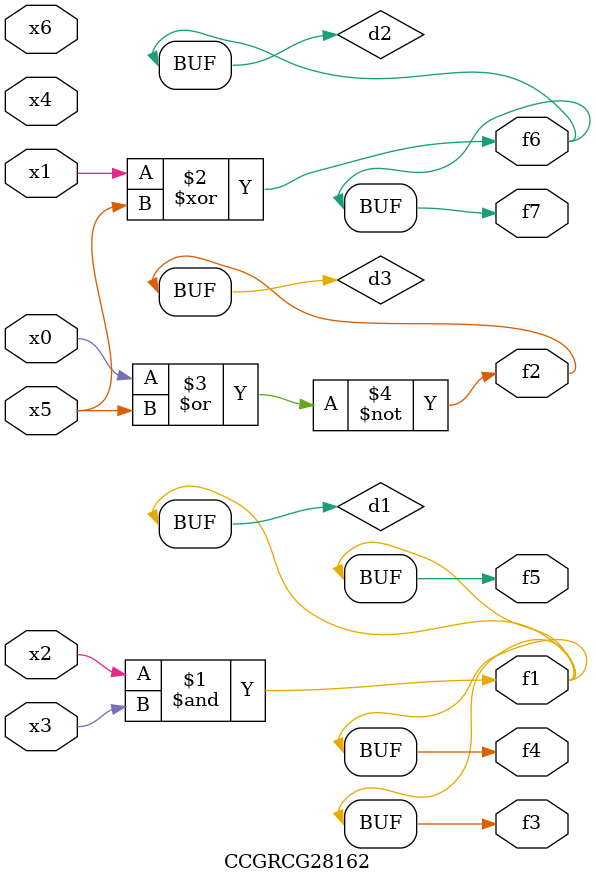
<source format=v>
module CCGRCG28162(
	input x0, x1, x2, x3, x4, x5, x6,
	output f1, f2, f3, f4, f5, f6, f7
);

	wire d1, d2, d3;

	and (d1, x2, x3);
	xor (d2, x1, x5);
	nor (d3, x0, x5);
	assign f1 = d1;
	assign f2 = d3;
	assign f3 = d1;
	assign f4 = d1;
	assign f5 = d1;
	assign f6 = d2;
	assign f7 = d2;
endmodule

</source>
